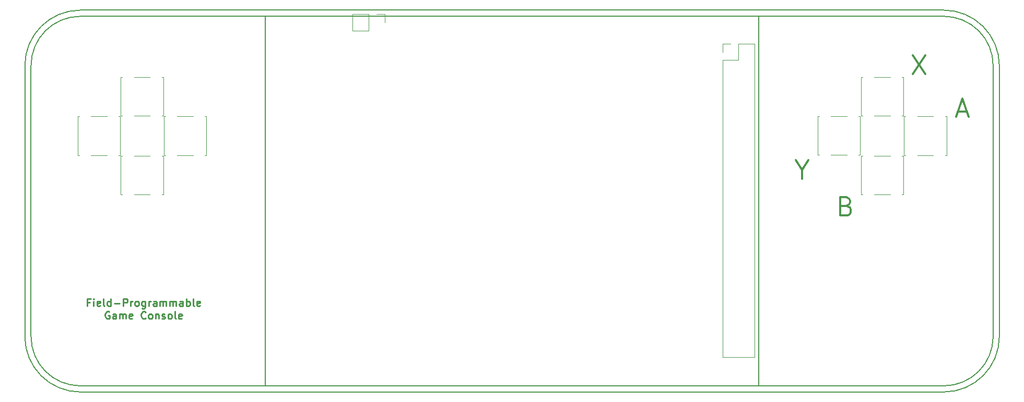
<source format=gto>
G04 #@! TF.FileFunction,Legend,Top*
%FSLAX46Y46*%
G04 Gerber Fmt 4.6, Leading zero omitted, Abs format (unit mm)*
G04 Created by KiCad (PCBNEW 4.0.7-e0-6372~58~ubuntu16.10.1) date Tue Sep 25 01:01:21 2018*
%MOMM*%
%LPD*%
G01*
G04 APERTURE LIST*
%ADD10C,0.100000*%
%ADD11C,0.150000*%
%ADD12C,0.260000*%
%ADD13C,0.375000*%
%ADD14C,0.200000*%
%ADD15C,0.120000*%
G04 APERTURE END LIST*
D10*
D11*
X69986037Y-52000012D02*
X209986037Y-52000012D01*
X70000000Y-112000000D02*
X210000000Y-112000000D01*
X62000000Y-60000000D02*
X62000000Y-104000000D01*
X218000000Y-104000000D02*
X218000000Y-60000000D01*
X218000000Y-60000000D02*
G75*
G03X210000000Y-52000000I-8000000J0D01*
G01*
X210000000Y-112000000D02*
G75*
G03X218000000Y-104000000I0J8000000D01*
G01*
X62000000Y-104000000D02*
G75*
G03X70000000Y-112000000I8000000J0D01*
G01*
X69986037Y-52000012D02*
G75*
G03X62000000Y-60000000I13963J-7999988D01*
G01*
X70000000Y-51000000D02*
X210000000Y-51000000D01*
X219000000Y-104000000D02*
X219000000Y-60000000D01*
X210000000Y-113000000D02*
G75*
G03X219000000Y-104000000I0J9000000D01*
G01*
X70000000Y-113000000D02*
X210000000Y-113000000D01*
X61000000Y-104000000D02*
G75*
G03X70000000Y-113000000I9000000J0D01*
G01*
X61000000Y-60000000D02*
X61000000Y-104000000D01*
X69984292Y-51000014D02*
G75*
G03X61000000Y-60000000I15708J-8999986D01*
G01*
D12*
X71535716Y-98434286D02*
X71135716Y-98434286D01*
X71135716Y-99062857D02*
X71135716Y-97862857D01*
X71707145Y-97862857D01*
X72164287Y-99062857D02*
X72164287Y-98262857D01*
X72164287Y-97862857D02*
X72107144Y-97920000D01*
X72164287Y-97977143D01*
X72221430Y-97920000D01*
X72164287Y-97862857D01*
X72164287Y-97977143D01*
X73192859Y-99005714D02*
X73078573Y-99062857D01*
X72850002Y-99062857D01*
X72735716Y-99005714D01*
X72678573Y-98891429D01*
X72678573Y-98434286D01*
X72735716Y-98320000D01*
X72850002Y-98262857D01*
X73078573Y-98262857D01*
X73192859Y-98320000D01*
X73250002Y-98434286D01*
X73250002Y-98548571D01*
X72678573Y-98662857D01*
X73935716Y-99062857D02*
X73821430Y-99005714D01*
X73764287Y-98891429D01*
X73764287Y-97862857D01*
X74907144Y-99062857D02*
X74907144Y-97862857D01*
X74907144Y-99005714D02*
X74792858Y-99062857D01*
X74564287Y-99062857D01*
X74450001Y-99005714D01*
X74392858Y-98948571D01*
X74335715Y-98834286D01*
X74335715Y-98491429D01*
X74392858Y-98377143D01*
X74450001Y-98320000D01*
X74564287Y-98262857D01*
X74792858Y-98262857D01*
X74907144Y-98320000D01*
X75478572Y-98605714D02*
X76392858Y-98605714D01*
X76964286Y-99062857D02*
X76964286Y-97862857D01*
X77421429Y-97862857D01*
X77535715Y-97920000D01*
X77592858Y-97977143D01*
X77650001Y-98091429D01*
X77650001Y-98262857D01*
X77592858Y-98377143D01*
X77535715Y-98434286D01*
X77421429Y-98491429D01*
X76964286Y-98491429D01*
X78164286Y-99062857D02*
X78164286Y-98262857D01*
X78164286Y-98491429D02*
X78221429Y-98377143D01*
X78278572Y-98320000D01*
X78392858Y-98262857D01*
X78507143Y-98262857D01*
X79078572Y-99062857D02*
X78964286Y-99005714D01*
X78907143Y-98948571D01*
X78850000Y-98834286D01*
X78850000Y-98491429D01*
X78907143Y-98377143D01*
X78964286Y-98320000D01*
X79078572Y-98262857D01*
X79250000Y-98262857D01*
X79364286Y-98320000D01*
X79421429Y-98377143D01*
X79478572Y-98491429D01*
X79478572Y-98834286D01*
X79421429Y-98948571D01*
X79364286Y-99005714D01*
X79250000Y-99062857D01*
X79078572Y-99062857D01*
X80507143Y-98262857D02*
X80507143Y-99234286D01*
X80450000Y-99348571D01*
X80392857Y-99405714D01*
X80278572Y-99462857D01*
X80107143Y-99462857D01*
X79992857Y-99405714D01*
X80507143Y-99005714D02*
X80392857Y-99062857D01*
X80164286Y-99062857D01*
X80050000Y-99005714D01*
X79992857Y-98948571D01*
X79935714Y-98834286D01*
X79935714Y-98491429D01*
X79992857Y-98377143D01*
X80050000Y-98320000D01*
X80164286Y-98262857D01*
X80392857Y-98262857D01*
X80507143Y-98320000D01*
X81078571Y-99062857D02*
X81078571Y-98262857D01*
X81078571Y-98491429D02*
X81135714Y-98377143D01*
X81192857Y-98320000D01*
X81307143Y-98262857D01*
X81421428Y-98262857D01*
X82335714Y-99062857D02*
X82335714Y-98434286D01*
X82278571Y-98320000D01*
X82164285Y-98262857D01*
X81935714Y-98262857D01*
X81821428Y-98320000D01*
X82335714Y-99005714D02*
X82221428Y-99062857D01*
X81935714Y-99062857D01*
X81821428Y-99005714D01*
X81764285Y-98891429D01*
X81764285Y-98777143D01*
X81821428Y-98662857D01*
X81935714Y-98605714D01*
X82221428Y-98605714D01*
X82335714Y-98548571D01*
X82907142Y-99062857D02*
X82907142Y-98262857D01*
X82907142Y-98377143D02*
X82964285Y-98320000D01*
X83078571Y-98262857D01*
X83249999Y-98262857D01*
X83364285Y-98320000D01*
X83421428Y-98434286D01*
X83421428Y-99062857D01*
X83421428Y-98434286D02*
X83478571Y-98320000D01*
X83592857Y-98262857D01*
X83764285Y-98262857D01*
X83878571Y-98320000D01*
X83935714Y-98434286D01*
X83935714Y-99062857D01*
X84507142Y-99062857D02*
X84507142Y-98262857D01*
X84507142Y-98377143D02*
X84564285Y-98320000D01*
X84678571Y-98262857D01*
X84849999Y-98262857D01*
X84964285Y-98320000D01*
X85021428Y-98434286D01*
X85021428Y-99062857D01*
X85021428Y-98434286D02*
X85078571Y-98320000D01*
X85192857Y-98262857D01*
X85364285Y-98262857D01*
X85478571Y-98320000D01*
X85535714Y-98434286D01*
X85535714Y-99062857D01*
X86621428Y-99062857D02*
X86621428Y-98434286D01*
X86564285Y-98320000D01*
X86449999Y-98262857D01*
X86221428Y-98262857D01*
X86107142Y-98320000D01*
X86621428Y-99005714D02*
X86507142Y-99062857D01*
X86221428Y-99062857D01*
X86107142Y-99005714D01*
X86049999Y-98891429D01*
X86049999Y-98777143D01*
X86107142Y-98662857D01*
X86221428Y-98605714D01*
X86507142Y-98605714D01*
X86621428Y-98548571D01*
X87192856Y-99062857D02*
X87192856Y-97862857D01*
X87192856Y-98320000D02*
X87307142Y-98262857D01*
X87535713Y-98262857D01*
X87649999Y-98320000D01*
X87707142Y-98377143D01*
X87764285Y-98491429D01*
X87764285Y-98834286D01*
X87707142Y-98948571D01*
X87649999Y-99005714D01*
X87535713Y-99062857D01*
X87307142Y-99062857D01*
X87192856Y-99005714D01*
X88449999Y-99062857D02*
X88335713Y-99005714D01*
X88278570Y-98891429D01*
X88278570Y-97862857D01*
X89364284Y-99005714D02*
X89249998Y-99062857D01*
X89021427Y-99062857D01*
X88907141Y-99005714D01*
X88849998Y-98891429D01*
X88849998Y-98434286D01*
X88907141Y-98320000D01*
X89021427Y-98262857D01*
X89249998Y-98262857D01*
X89364284Y-98320000D01*
X89421427Y-98434286D01*
X89421427Y-98548571D01*
X88849998Y-98662857D01*
X74707144Y-99980000D02*
X74592858Y-99922857D01*
X74421429Y-99922857D01*
X74250001Y-99980000D01*
X74135715Y-100094286D01*
X74078572Y-100208571D01*
X74021429Y-100437143D01*
X74021429Y-100608571D01*
X74078572Y-100837143D01*
X74135715Y-100951429D01*
X74250001Y-101065714D01*
X74421429Y-101122857D01*
X74535715Y-101122857D01*
X74707144Y-101065714D01*
X74764287Y-101008571D01*
X74764287Y-100608571D01*
X74535715Y-100608571D01*
X75792858Y-101122857D02*
X75792858Y-100494286D01*
X75735715Y-100380000D01*
X75621429Y-100322857D01*
X75392858Y-100322857D01*
X75278572Y-100380000D01*
X75792858Y-101065714D02*
X75678572Y-101122857D01*
X75392858Y-101122857D01*
X75278572Y-101065714D01*
X75221429Y-100951429D01*
X75221429Y-100837143D01*
X75278572Y-100722857D01*
X75392858Y-100665714D01*
X75678572Y-100665714D01*
X75792858Y-100608571D01*
X76364286Y-101122857D02*
X76364286Y-100322857D01*
X76364286Y-100437143D02*
X76421429Y-100380000D01*
X76535715Y-100322857D01*
X76707143Y-100322857D01*
X76821429Y-100380000D01*
X76878572Y-100494286D01*
X76878572Y-101122857D01*
X76878572Y-100494286D02*
X76935715Y-100380000D01*
X77050001Y-100322857D01*
X77221429Y-100322857D01*
X77335715Y-100380000D01*
X77392858Y-100494286D01*
X77392858Y-101122857D01*
X78421429Y-101065714D02*
X78307143Y-101122857D01*
X78078572Y-101122857D01*
X77964286Y-101065714D01*
X77907143Y-100951429D01*
X77907143Y-100494286D01*
X77964286Y-100380000D01*
X78078572Y-100322857D01*
X78307143Y-100322857D01*
X78421429Y-100380000D01*
X78478572Y-100494286D01*
X78478572Y-100608571D01*
X77907143Y-100722857D01*
X80592858Y-101008571D02*
X80535715Y-101065714D01*
X80364286Y-101122857D01*
X80250000Y-101122857D01*
X80078572Y-101065714D01*
X79964286Y-100951429D01*
X79907143Y-100837143D01*
X79850000Y-100608571D01*
X79850000Y-100437143D01*
X79907143Y-100208571D01*
X79964286Y-100094286D01*
X80078572Y-99980000D01*
X80250000Y-99922857D01*
X80364286Y-99922857D01*
X80535715Y-99980000D01*
X80592858Y-100037143D01*
X81278572Y-101122857D02*
X81164286Y-101065714D01*
X81107143Y-101008571D01*
X81050000Y-100894286D01*
X81050000Y-100551429D01*
X81107143Y-100437143D01*
X81164286Y-100380000D01*
X81278572Y-100322857D01*
X81450000Y-100322857D01*
X81564286Y-100380000D01*
X81621429Y-100437143D01*
X81678572Y-100551429D01*
X81678572Y-100894286D01*
X81621429Y-101008571D01*
X81564286Y-101065714D01*
X81450000Y-101122857D01*
X81278572Y-101122857D01*
X82192857Y-100322857D02*
X82192857Y-101122857D01*
X82192857Y-100437143D02*
X82250000Y-100380000D01*
X82364286Y-100322857D01*
X82535714Y-100322857D01*
X82650000Y-100380000D01*
X82707143Y-100494286D01*
X82707143Y-101122857D01*
X83221428Y-101065714D02*
X83335714Y-101122857D01*
X83564286Y-101122857D01*
X83678571Y-101065714D01*
X83735714Y-100951429D01*
X83735714Y-100894286D01*
X83678571Y-100780000D01*
X83564286Y-100722857D01*
X83392857Y-100722857D01*
X83278571Y-100665714D01*
X83221428Y-100551429D01*
X83221428Y-100494286D01*
X83278571Y-100380000D01*
X83392857Y-100322857D01*
X83564286Y-100322857D01*
X83678571Y-100380000D01*
X84421429Y-101122857D02*
X84307143Y-101065714D01*
X84250000Y-101008571D01*
X84192857Y-100894286D01*
X84192857Y-100551429D01*
X84250000Y-100437143D01*
X84307143Y-100380000D01*
X84421429Y-100322857D01*
X84592857Y-100322857D01*
X84707143Y-100380000D01*
X84764286Y-100437143D01*
X84821429Y-100551429D01*
X84821429Y-100894286D01*
X84764286Y-101008571D01*
X84707143Y-101065714D01*
X84592857Y-101122857D01*
X84421429Y-101122857D01*
X85507143Y-101122857D02*
X85392857Y-101065714D01*
X85335714Y-100951429D01*
X85335714Y-99922857D01*
X86421428Y-101065714D02*
X86307142Y-101122857D01*
X86078571Y-101122857D01*
X85964285Y-101065714D01*
X85907142Y-100951429D01*
X85907142Y-100494286D01*
X85964285Y-100380000D01*
X86078571Y-100322857D01*
X86307142Y-100322857D01*
X86421428Y-100380000D01*
X86478571Y-100494286D01*
X86478571Y-100608571D01*
X85907142Y-100722857D01*
D13*
X205000000Y-58357143D02*
X207000000Y-61357143D01*
X207000000Y-58357143D02*
X205000000Y-61357143D01*
X187000000Y-76928571D02*
X187000000Y-78357143D01*
X186000000Y-75357143D02*
X187000000Y-76928571D01*
X188000000Y-75357143D01*
X194214286Y-82785714D02*
X194642857Y-82928571D01*
X194785714Y-83071429D01*
X194928571Y-83357143D01*
X194928571Y-83785714D01*
X194785714Y-84071429D01*
X194642857Y-84214286D01*
X194357143Y-84357143D01*
X193214286Y-84357143D01*
X193214286Y-81357143D01*
X194214286Y-81357143D01*
X194500000Y-81500000D01*
X194642857Y-81642857D01*
X194785714Y-81928571D01*
X194785714Y-82214286D01*
X194642857Y-82500000D01*
X194500000Y-82642857D01*
X194214286Y-82785714D01*
X193214286Y-82785714D01*
X212285715Y-67500000D02*
X213714286Y-67500000D01*
X212000000Y-68357143D02*
X213000000Y-65357143D01*
X214000000Y-68357143D01*
D11*
X219000000Y-60000000D02*
G75*
G03X210000000Y-51000000I-9000000J0D01*
G01*
D14*
X100000000Y-112000000D02*
X100000000Y-52000000D01*
X180000000Y-112000000D02*
X100000000Y-112000000D01*
X180000000Y-52000000D02*
X180000000Y-112000000D01*
X100000000Y-52000000D02*
X180000000Y-52000000D01*
D15*
X174130000Y-107390000D02*
X179330000Y-107390000D01*
X174130000Y-59070000D02*
X174130000Y-107390000D01*
X179330000Y-56470000D02*
X179330000Y-107390000D01*
X174130000Y-59070000D02*
X176730000Y-59070000D01*
X176730000Y-59070000D02*
X176730000Y-56470000D01*
X176730000Y-56470000D02*
X179330000Y-56470000D01*
X174130000Y-57800000D02*
X174130000Y-56470000D01*
X174130000Y-56470000D02*
X175460000Y-56470000D01*
X210200000Y-68250000D02*
X210450000Y-68250000D01*
X210450000Y-68250000D02*
X210450000Y-74550000D01*
X210450000Y-74550000D02*
X210200000Y-74550000D01*
X205700000Y-68250000D02*
X208300000Y-68250000D01*
X203800000Y-74550000D02*
X203550000Y-74550000D01*
X203550000Y-74550000D02*
X203550000Y-68250000D01*
X203550000Y-68250000D02*
X203800000Y-68250000D01*
X208300000Y-74550000D02*
X205700000Y-74550000D01*
X203200000Y-74625000D02*
X203450000Y-74625000D01*
X203450000Y-74625000D02*
X203450000Y-80925000D01*
X203450000Y-80925000D02*
X203200000Y-80925000D01*
X198700000Y-74625000D02*
X201300000Y-74625000D01*
X196800000Y-80925000D02*
X196550000Y-80925000D01*
X196550000Y-80925000D02*
X196550000Y-74625000D01*
X196550000Y-74625000D02*
X196800000Y-74625000D01*
X201300000Y-80925000D02*
X198700000Y-80925000D01*
X76800000Y-80925000D02*
X76550000Y-80925000D01*
X76550000Y-80925000D02*
X76550000Y-74625000D01*
X76550000Y-74625000D02*
X76800000Y-74625000D01*
X81300000Y-80925000D02*
X78700000Y-80925000D01*
X83200000Y-74625000D02*
X83450000Y-74625000D01*
X83450000Y-74625000D02*
X83450000Y-80925000D01*
X83450000Y-80925000D02*
X83200000Y-80925000D01*
X78700000Y-74625000D02*
X81300000Y-74625000D01*
X69800000Y-74550000D02*
X69550000Y-74550000D01*
X69550000Y-74550000D02*
X69550000Y-68250000D01*
X69550000Y-68250000D02*
X69800000Y-68250000D01*
X74300000Y-74550000D02*
X71700000Y-74550000D01*
X76200000Y-68250000D02*
X76450000Y-68250000D01*
X76450000Y-68250000D02*
X76450000Y-74550000D01*
X76450000Y-74550000D02*
X76200000Y-74550000D01*
X71700000Y-68250000D02*
X74300000Y-68250000D01*
X83800000Y-74550000D02*
X83550000Y-74550000D01*
X83550000Y-74550000D02*
X83550000Y-68250000D01*
X83550000Y-68250000D02*
X83800000Y-68250000D01*
X88300000Y-74550000D02*
X85700000Y-74550000D01*
X90200000Y-68250000D02*
X90450000Y-68250000D01*
X90450000Y-68250000D02*
X90450000Y-74550000D01*
X90450000Y-74550000D02*
X90200000Y-74550000D01*
X85700000Y-68250000D02*
X88300000Y-68250000D01*
X76800000Y-68150000D02*
X76550000Y-68150000D01*
X76550000Y-68150000D02*
X76550000Y-61850000D01*
X76550000Y-61850000D02*
X76800000Y-61850000D01*
X81300000Y-68150000D02*
X78700000Y-68150000D01*
X83200000Y-61850000D02*
X83450000Y-61850000D01*
X83450000Y-61850000D02*
X83450000Y-68150000D01*
X83450000Y-68150000D02*
X83200000Y-68150000D01*
X78700000Y-61850000D02*
X81300000Y-61850000D01*
X203200000Y-61850000D02*
X203450000Y-61850000D01*
X203450000Y-61850000D02*
X203450000Y-68150000D01*
X203450000Y-68150000D02*
X203200000Y-68150000D01*
X198700000Y-61850000D02*
X201300000Y-61850000D01*
X196800000Y-68150000D02*
X196550000Y-68150000D01*
X196550000Y-68150000D02*
X196550000Y-61850000D01*
X196550000Y-61850000D02*
X196800000Y-61850000D01*
X201300000Y-68150000D02*
X198700000Y-68150000D01*
X196200000Y-68225000D02*
X196450000Y-68225000D01*
X196450000Y-68225000D02*
X196450000Y-74525000D01*
X196450000Y-74525000D02*
X196200000Y-74525000D01*
X191700000Y-68225000D02*
X194300000Y-68225000D01*
X189800000Y-74525000D02*
X189550000Y-74525000D01*
X189550000Y-74525000D02*
X189550000Y-68225000D01*
X189550000Y-68225000D02*
X189800000Y-68225000D01*
X194300000Y-74525000D02*
X191700000Y-74525000D01*
X114130000Y-51670000D02*
X114130000Y-54330000D01*
X116730000Y-51670000D02*
X114130000Y-51670000D01*
X116730000Y-54330000D02*
X114130000Y-54330000D01*
X116730000Y-51670000D02*
X116730000Y-54330000D01*
X118000000Y-51670000D02*
X119330000Y-51670000D01*
X119330000Y-51670000D02*
X119330000Y-53000000D01*
M02*

</source>
